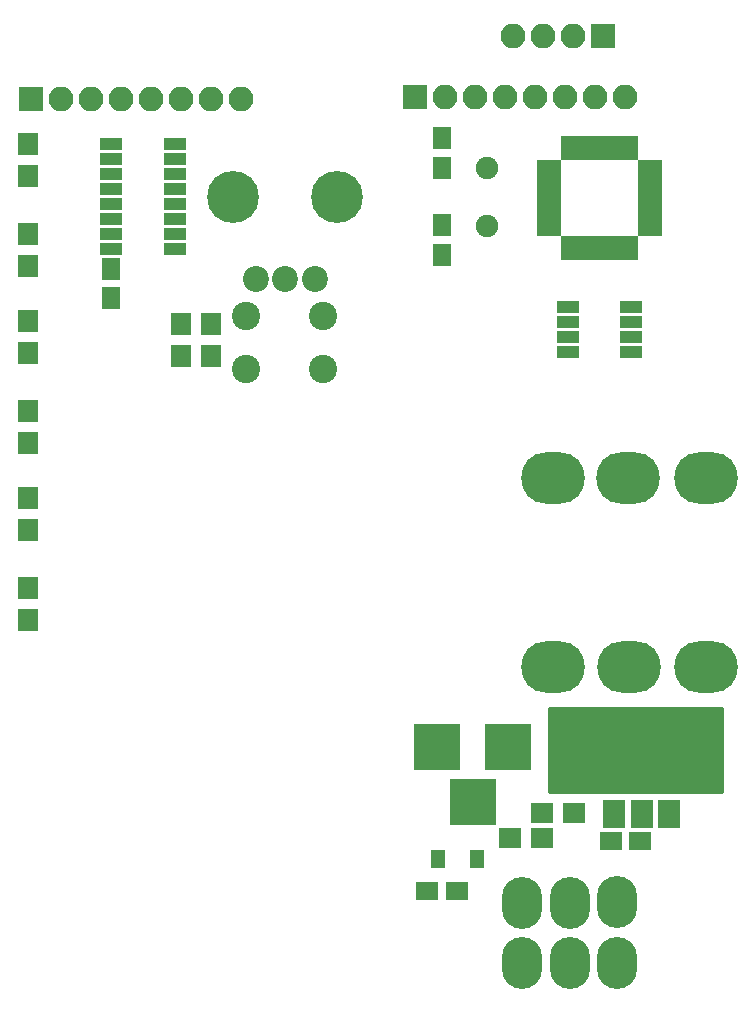
<source format=gbr>
G04 #@! TF.FileFunction,Soldermask,Top*
%FSLAX46Y46*%
G04 Gerber Fmt 4.6, Leading zero omitted, Abs format (unit mm)*
G04 Created by KiCad (PCBNEW 4.0.7) date 06/02/18 16:03:12*
%MOMM*%
%LPD*%
G01*
G04 APERTURE LIST*
%ADD10C,0.100000*%
%ADD11R,2.100000X2.100000*%
%ADD12O,2.100000X2.100000*%
%ADD13C,2.200000*%
%ADD14C,4.400000*%
%ADD15R,1.700000X1.900000*%
%ADD16R,2.000000X0.950000*%
%ADD17R,0.950000X2.000000*%
%ADD18R,1.900000X1.650000*%
%ADD19R,1.650000X1.900000*%
%ADD20R,1.300000X1.600000*%
%ADD21R,1.900000X1.700000*%
%ADD22R,4.200000X2.400000*%
%ADD23R,1.900000X2.400000*%
%ADD24R,1.900000X1.000000*%
%ADD25C,1.900000*%
%ADD26R,1.950000X1.000000*%
%ADD27C,2.400000*%
%ADD28O,5.400000X4.400000*%
%ADD29O,3.400000X4.400000*%
%ADD30R,3.900000X3.900000*%
%ADD31C,0.254000*%
G04 APERTURE END LIST*
D10*
D11*
X94716600Y-60833000D03*
D12*
X97256600Y-60833000D03*
X99796600Y-60833000D03*
X102336600Y-60833000D03*
X104876600Y-60833000D03*
X107416600Y-60833000D03*
X109956600Y-60833000D03*
X112496600Y-60833000D03*
D13*
X113781200Y-76123800D03*
X116281200Y-76123800D03*
X118781200Y-76123800D03*
D14*
X111881200Y-69123800D03*
X120681200Y-69123800D03*
D15*
X94488000Y-67390000D03*
X94488000Y-64690000D03*
D16*
X138625000Y-66415000D03*
X138625000Y-67215000D03*
X138625000Y-68015000D03*
X138625000Y-68815000D03*
X138625000Y-69615000D03*
X138625000Y-70415000D03*
X138625000Y-71215000D03*
X138625000Y-72015000D03*
D17*
X140075000Y-73465000D03*
X140875000Y-73465000D03*
X141675000Y-73465000D03*
X142475000Y-73465000D03*
X143275000Y-73465000D03*
X144075000Y-73465000D03*
X144875000Y-73465000D03*
X145675000Y-73465000D03*
D16*
X147125000Y-72015000D03*
X147125000Y-71215000D03*
X147125000Y-70415000D03*
X147125000Y-69615000D03*
X147125000Y-68815000D03*
X147125000Y-68015000D03*
X147125000Y-67215000D03*
X147125000Y-66415000D03*
D17*
X145675000Y-64965000D03*
X144875000Y-64965000D03*
X144075000Y-64965000D03*
X143275000Y-64965000D03*
X142475000Y-64965000D03*
X141675000Y-64965000D03*
X140875000Y-64965000D03*
X140075000Y-64965000D03*
D18*
X143809400Y-123647200D03*
X146309400Y-123647200D03*
X128290000Y-127889000D03*
X130790000Y-127889000D03*
D19*
X129540000Y-66655000D03*
X129540000Y-64155000D03*
X129540000Y-71521000D03*
X129540000Y-74021000D03*
D20*
X132460000Y-125222000D03*
X129160000Y-125222000D03*
D11*
X143129000Y-55499000D03*
D12*
X140589000Y-55499000D03*
X138049000Y-55499000D03*
X135509000Y-55499000D03*
D21*
X135302000Y-123444000D03*
X138002000Y-123444000D03*
X140719800Y-121335800D03*
X138019800Y-121335800D03*
D15*
X109982000Y-82630000D03*
X109982000Y-79930000D03*
D22*
X146431000Y-115087000D03*
D23*
X146431000Y-121387000D03*
X148731000Y-121387000D03*
X144131000Y-121387000D03*
D24*
X106941600Y-73533000D03*
X106941600Y-72263000D03*
X106941600Y-70993000D03*
X106941600Y-69723000D03*
X106941600Y-68453000D03*
X106941600Y-67183000D03*
X106941600Y-65913000D03*
X106941600Y-64643000D03*
X101541600Y-64643000D03*
X101541600Y-65913000D03*
X101541600Y-67183000D03*
X101541600Y-68453000D03*
X101541600Y-69723000D03*
X101541600Y-70993000D03*
X101541600Y-72263000D03*
X101541600Y-73533000D03*
D25*
X133350000Y-66675000D03*
X133350000Y-71555000D03*
D19*
X101473000Y-75204000D03*
X101473000Y-77704000D03*
D11*
X127254000Y-60706000D03*
D12*
X129794000Y-60706000D03*
X132334000Y-60706000D03*
X134874000Y-60706000D03*
X137414000Y-60706000D03*
X139954000Y-60706000D03*
X142494000Y-60706000D03*
X145034000Y-60706000D03*
D26*
X140175000Y-78486000D03*
X140175000Y-79756000D03*
X140175000Y-81026000D03*
X140175000Y-82296000D03*
X145575000Y-82296000D03*
X145575000Y-81026000D03*
X145575000Y-79756000D03*
X145575000Y-78486000D03*
D15*
X94488000Y-104982000D03*
X94488000Y-102282000D03*
X94488000Y-97362000D03*
X94488000Y-94662000D03*
X94488000Y-89996000D03*
X94488000Y-87296000D03*
X94488000Y-82376000D03*
X94488000Y-79676000D03*
X94488000Y-75010000D03*
X94488000Y-72310000D03*
X107442000Y-82630000D03*
X107442000Y-79930000D03*
D27*
X119481600Y-79193000D03*
X119481600Y-83693000D03*
X112981600Y-79193000D03*
X112981600Y-83693000D03*
D28*
X145392000Y-108965000D03*
X145265000Y-92965000D03*
X138915000Y-108965000D03*
X138915000Y-92965000D03*
X151915000Y-92965000D03*
X151892000Y-108965000D03*
D29*
X140335000Y-128905000D03*
X140335000Y-133985000D03*
X136334500Y-133985000D03*
X136334500Y-128905000D03*
X144335500Y-128841500D03*
X144335500Y-133985000D03*
D30*
X135128000Y-115697000D03*
X129128000Y-115697000D03*
X132128000Y-120397000D03*
D31*
G36*
X153238200Y-119507000D02*
X138557000Y-119507000D01*
X138557000Y-112395000D01*
X153238200Y-112395000D01*
X153238200Y-119507000D01*
X153238200Y-119507000D01*
G37*
X153238200Y-119507000D02*
X138557000Y-119507000D01*
X138557000Y-112395000D01*
X153238200Y-112395000D01*
X153238200Y-119507000D01*
M02*

</source>
